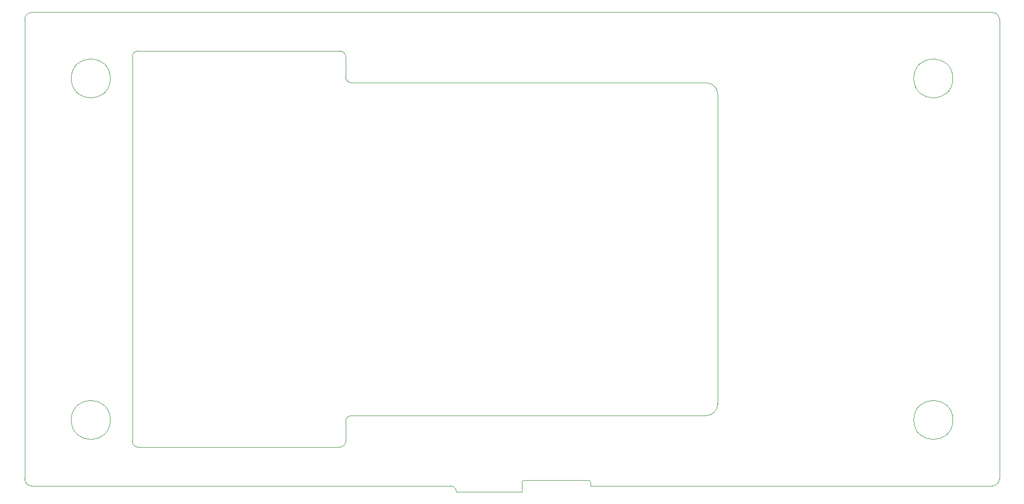
<source format=gbr>
%TF.GenerationSoftware,KiCad,Pcbnew,(6.0.6-0)*%
%TF.CreationDate,2022-08-06T22:16:54+02:00*%
%TF.ProjectId,GlowSignMainPCB,476c6f77-5369-4676-9e4d-61696e504342,rev?*%
%TF.SameCoordinates,Original*%
%TF.FileFunction,Profile,NP*%
%FSLAX46Y46*%
G04 Gerber Fmt 4.6, Leading zero omitted, Abs format (unit mm)*
G04 Created by KiCad (PCBNEW (6.0.6-0)) date 2022-08-06 22:16:54*
%MOMM*%
%LPD*%
G01*
G04 APERTURE LIST*
%TA.AperFunction,Profile*%
%ADD10C,0.100000*%
%TD*%
G04 APERTURE END LIST*
D10*
X227815600Y-70844117D02*
G75*
G03*
X227815600Y-70844117I-3400000J0D01*
G01*
X186915583Y-73594117D02*
G75*
G03*
X184915600Y-71594117I-1999983J17D01*
G01*
X164852783Y-141344117D02*
G75*
G03*
X164352792Y-140844117I-499983J17D01*
G01*
X234665600Y-141844100D02*
G75*
G03*
X235915600Y-140594117I0J1250000D01*
G01*
X184915600Y-129594100D02*
G75*
G03*
X186915600Y-127594117I0J2000000D01*
G01*
X121215600Y-135060283D02*
X86115600Y-135060283D01*
X153352792Y-140844092D02*
G75*
G03*
X152852792Y-141344117I8J-500008D01*
G01*
X141483248Y-142844117D02*
X152852792Y-142844117D01*
X164852792Y-141344117D02*
X164852792Y-141844117D01*
X67665600Y-141844117D02*
X140478308Y-141844117D01*
X122215600Y-130594117D02*
X122215600Y-134060283D01*
X122215617Y-67060283D02*
G75*
G03*
X121215600Y-66060283I-1000017J-17D01*
G01*
X123215600Y-71594117D02*
X184915600Y-71594117D01*
X85115600Y-134060283D02*
X85115600Y-67060283D01*
X235915600Y-140594117D02*
X235915600Y-60594117D01*
X86115600Y-66060283D02*
X121215600Y-66060283D01*
X122215600Y-67060283D02*
X122215600Y-70594117D01*
X86115600Y-66060300D02*
G75*
G03*
X85115600Y-67060283I0J-1000000D01*
G01*
X234665600Y-59344117D02*
X67665600Y-59344117D01*
X184915600Y-129594117D02*
X123215600Y-129594117D01*
X85115617Y-134060283D02*
G75*
G03*
X86115600Y-135060283I999983J-17D01*
G01*
X152852792Y-142844117D02*
X152852792Y-141344117D01*
X122215583Y-70594117D02*
G75*
G03*
X123215600Y-71594117I1000017J17D01*
G01*
X66415600Y-60594117D02*
X66415600Y-140594117D01*
X186915600Y-73594117D02*
X186915600Y-127594117D01*
X123215600Y-129594100D02*
G75*
G03*
X122215600Y-130594117I0J-1000000D01*
G01*
X67665600Y-59344100D02*
G75*
G03*
X66415600Y-60594117I0J-1250000D01*
G01*
X121215600Y-135060300D02*
G75*
G03*
X122215600Y-134060283I0J1000000D01*
G01*
X164852792Y-141844117D02*
X234665600Y-141844117D01*
X81315600Y-70844117D02*
G75*
G03*
X81315600Y-70844117I-3400000J0D01*
G01*
X227815600Y-130344117D02*
G75*
G03*
X227815600Y-130344117I-3400000J0D01*
G01*
X153352792Y-140844117D02*
X164352792Y-140844117D01*
X66415583Y-140594117D02*
G75*
G03*
X67665600Y-141844117I1250017J17D01*
G01*
X141483271Y-142844117D02*
G75*
G03*
X140478308Y-141844117I-1004971J-4983D01*
G01*
X235915583Y-60594117D02*
G75*
G03*
X234665600Y-59344117I-1249983J17D01*
G01*
X81315600Y-130344117D02*
G75*
G03*
X81315600Y-130344117I-3400000J0D01*
G01*
M02*

</source>
